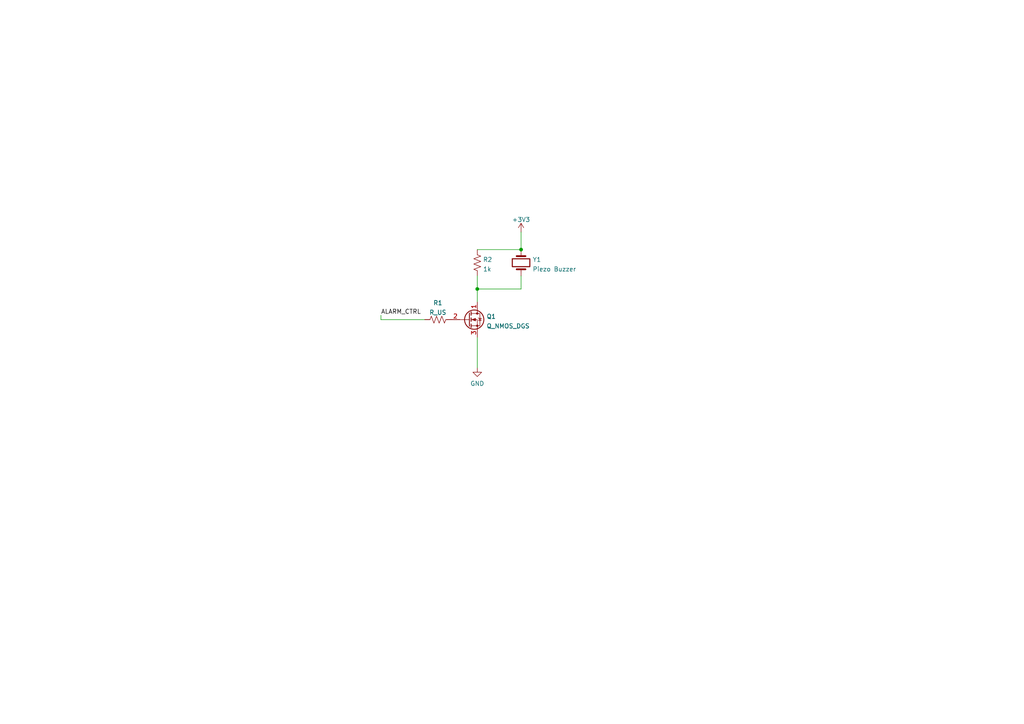
<source format=kicad_sch>
(kicad_sch (version 20211123) (generator eeschema)
  (paper "A4")
  (lib_symbols
    (symbol "Device:Crystal" (pin_numbers hide) (pin_names (offset 1.016) hide)
      (property "Reference" "Y" (at 0 3.81 0))
      (property "Value" "Crystal" (at 0 -3.81 0))
      (symbol "Crystal_0_1"
        (rectangle (start -1.143 2.54) (end 1.143 -2.54) (stroke (width 0.3048)))
        (polyline (pts (xy -2.54 0) (xy -1.905 0)))
        (polyline (pts (xy -1.905 -1.27) (xy -1.905 1.27)) (stroke (width 0.508)))
        (polyline (pts (xy 1.905 -1.27) (xy 1.905 1.27)) (stroke (width 0.508)))
        (polyline (pts (xy 2.54 0) (xy 1.905 0)))
      )
      (symbol "Crystal_1_1"
        (pin passive line (at -3.81 0 0) (length 1.27) (name "1") (number "1"))
        (pin passive line (at 3.81 0 180) (length 1.27) (name "2") (number "2"))
      )
    )
    (symbol "Device:Q_NMOS_DGS" (pin_names (offset 0) hide)
      (property "Reference" "Q" (at 5.08 1.27 0))
      (property "Value" "Q_NMOS_DGS" (at 5.08 -1.27 0))
      (symbol "Q_NMOS_DGS_0_1"
        (polyline (pts (xy 0.254 0) (xy -2.54 0)))
        (polyline (pts (xy 0.254 1.905) (xy 0.254 -1.905)) (stroke (width 0.254)))
        (polyline (pts (xy 0.762 -1.27) (xy 0.762 -2.286)) (stroke (width 0.254)))
        (polyline (pts (xy 0.762 0.508) (xy 0.762 -0.508)) (stroke (width 0.254)))
        (polyline (pts (xy 0.762 2.286) (xy 0.762 1.27)) (stroke (width 0.254)))
        (polyline (pts (xy 2.54 2.54) (xy 2.54 1.778)))
        (polyline (pts (xy 2.54 -2.54) (xy 2.54 0) (xy 0.762 0)))
        (polyline (pts (xy 0.762 -1.778) (xy 3.302 -1.778) (xy 3.302 1.778) (xy 0.762 1.778)))
        (polyline (pts (xy 1.016 0) (xy 2.032 0.381) (xy 2.032 -0.381) (xy 1.016 0)) (fill (type outline)))
        (polyline (pts (xy 2.794 0.508) (xy 2.921 0.381) (xy 3.683 0.381) (xy 3.81 0.254)))
        (polyline (pts (xy 3.302 0.381) (xy 2.921 -0.254) (xy 3.683 -0.254) (xy 3.302 0.381)))
        (circle (center 1.651 0) (radius 2.794) (stroke (width 0.254)))
        (circle (center 2.54 -1.778) (radius 0.254) (fill (type outline)))
        (circle (center 2.54 1.778) (radius 0.254) (fill (type outline)))
      )
      (symbol "Q_NMOS_DGS_1_1"
        (pin passive line (at 2.54 5.08 270) (length 2.54) (name "D") (number "1"))
        (pin input line (at -5.08 0 0) (length 2.54) (name "G") (number "2"))
        (pin passive line (at 2.54 -5.08 90) (length 2.54) (name "S") (number "3"))
      )
    )
    (symbol "Device:R_US" (pin_numbers hide) (pin_names (offset 0))
      (property "Reference" "R" (at 2.54 0 90))
      (property "Value" "R_US" (at -2.54 0 90))
      (symbol "R_US_0_1"
        (polyline (pts (xy 0 -2.286) (xy 0 -2.54)))
        (polyline (pts (xy 0 2.286) (xy 0 2.54)))
        (polyline (pts (xy 0 -0.762) (xy 1.016 -1.143) (xy 0 -1.524) (xy -1.016 -1.905) (xy 0 -2.286)))
        (polyline (pts (xy 0 0.762) (xy 1.016 0.381) (xy 0 0) (xy -1.016 -0.381) (xy 0 -0.762)))
        (polyline (pts (xy 0 2.286) (xy 1.016 1.905) (xy 0 1.524) (xy -1.016 1.143) (xy 0 0.762)))
      )
      (symbol "R_US_1_1"
        (pin passive line (at 0 3.81 270) (length 1.27) (name "~") (number "1"))
        (pin passive line (at 0 -3.81 90) (length 1.27) (name "~") (number "2"))
      )
    )
    (symbol "power:+3V3" (power) (pin_names (offset 0))
      (property "Value" "+3V3" (at 0 3.556 0))
      (symbol "+3V3_0_1"
        (polyline (pts (xy -0.762 1.27) (xy 0 2.54)))
        (polyline (pts (xy 0 0) (xy 0 2.54)))
        (polyline (pts (xy 0 2.54) (xy 0.762 1.27)))
      )
      (symbol "+3V3_1_1"
        (pin power_in line (at 0 0 90) (length 0) hide (name "+3V3") (number "1"))
      )
    )
    (symbol "power:GND" (power) (pin_names (offset 0))
      (property "Value" "GND" (at 0 -3.81 0))
      (symbol "GND_0_1"
        (polyline (pts (xy 0 0) (xy 0 -1.27) (xy 1.27 -1.27) (xy 0 -2.54) (xy -1.27 -1.27) (xy 0 -1.27)))
      )
      (symbol "GND_1_1"
        (pin power_in line (at 0 0 270) (length 0) hide (name "GND") (number "1"))
      )
    )
  )
  (junction (at 151.13 72.39))
  (junction (at 138.43 83.82))
  (wire (pts (xy 138.43 72.39) (xy 151.13 72.39)))
  (wire (pts (xy 138.43 83.82) (xy 151.13 83.82)))
  (wire (pts (xy 110.49 92.71) (xy 123.19 92.71)))
  (wire (pts (xy 151.13 72.39) (xy 151.13 67.31)))
  (wire (pts (xy 110.49 91.44) (xy 110.49 92.71)))
  (wire (pts (xy 151.13 83.82) (xy 151.13 80.01)))
  (wire (pts (xy 138.43 80.01) (xy 138.43 83.82)))
  (wire (pts (xy 138.43 83.82) (xy 138.43 87.63)))
  (wire (pts (xy 138.43 97.79) (xy 138.43 106.68)))
  (label "ALARM_CTRL" (at 110.49 91.44 0))
  (symbol (lib_id "Device:Q_NMOS_DGS") (at 135.89 92.71 0) (unit 1)
    (property "Reference" "Q1" (at 141.097 91.8015 0) (effects (justify left)))
    (property "Value" "Q_NMOS_DGS" (at 141.097 94.5766 0) (effects (justify left)))
  )
  (symbol (lib_id "Device:Crystal") (at 151.13 76.2 90) (unit 1)
    (property "Reference" "Y1" (at 154.4574 75.2915 90) (effects (justify right)))
    (property "Value" "Piezo Buzzer" (at 154.4574 78.0666 90) (effects (justify right)))
  )
  (symbol (lib_id "power:+3V3") (at 151.13 67.31 0) (unit 1)
    (property "Reference" "#PWR02" (effects hide))
    (property "Value" "+3V3" (at 151.13 63.7055 0))
  )
  (symbol (lib_id "Device:R_US") (at 138.43 76.2 0) (unit 1)
    (property "Reference" "R2" (at 140.081 75.2915 0) (effects (justify left)))
    (property "Value" "1k" (at 140.081 78.0666 0) (effects (justify left)))
  )
  (symbol (lib_id "power:GND") (at 138.43 106.68 0) (unit 1)
    (property "Reference" "#PWR01" (effects hide))
    (property "Value" "GND" (at 138.43 111.2425 0))
  )
  (symbol (lib_id "Device:R_US") (at 127 92.71 90) (unit 1)
    (property "Reference" "R1" (at 127 87.8545 90))
    (property "Value" "R_US" (at 127 90.6296 90))
  )
)
</source>
